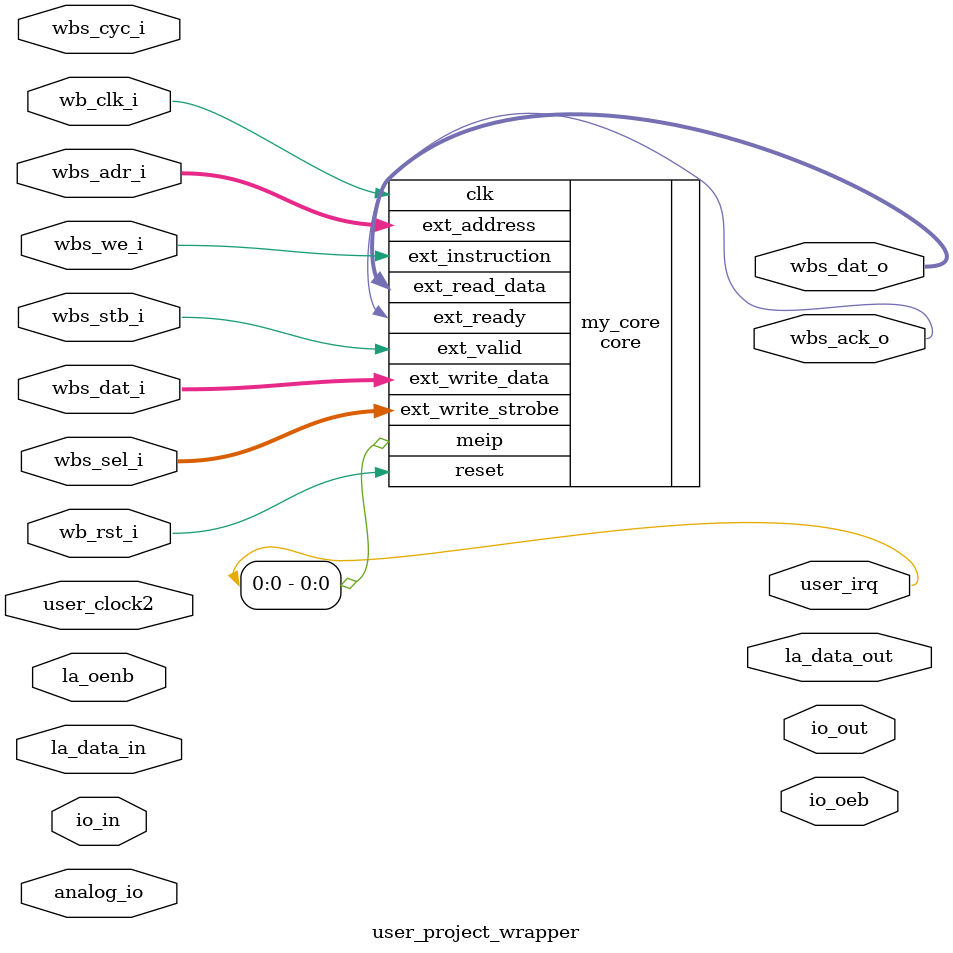
<source format=v>

module user_project_wrapper (user_clock2,
    wb_clk_i,
    wb_rst_i,
    wbs_ack_o,
    wbs_cyc_i,
    wbs_stb_i,
    wbs_we_i,
    analog_io,
    io_in,
    io_oeb,
    io_out,
    la_data_in,
    la_data_out,
    la_oenb,
    user_irq,
    wbs_adr_i,
    wbs_dat_i,
    wbs_dat_o,
    wbs_sel_i);
 input user_clock2;
 input wb_clk_i;
 input wb_rst_i;
 output wbs_ack_o;
 input wbs_cyc_i;
 input wbs_stb_i;
 input wbs_we_i;
 inout [28:0] analog_io;
 input [37:0] io_in;
 output [37:0] io_oeb;
 output [37:0] io_out;
 input [127:0] la_data_in;
 output [127:0] la_data_out;
 input [127:0] la_oenb;
 output [2:0] user_irq;
 input [31:0] wbs_adr_i;
 input [31:0] wbs_dat_i;
 output [31:0] wbs_dat_o;
 input [3:0] wbs_sel_i;


 core my_core (.clk(wb_clk_i),
    .ext_instruction(wbs_we_i),
    .ext_ready(wbs_ack_o),
    .ext_valid(wbs_stb_i),
    .meip(user_irq[0]),
    .reset(wb_rst_i),
    .ext_address({wbs_adr_i[31],
    wbs_adr_i[30],
    wbs_adr_i[29],
    wbs_adr_i[28],
    wbs_adr_i[27],
    wbs_adr_i[26],
    wbs_adr_i[25],
    wbs_adr_i[24],
    wbs_adr_i[23],
    wbs_adr_i[22],
    wbs_adr_i[21],
    wbs_adr_i[20],
    wbs_adr_i[19],
    wbs_adr_i[18],
    wbs_adr_i[17],
    wbs_adr_i[16],
    wbs_adr_i[15],
    wbs_adr_i[14],
    wbs_adr_i[13],
    wbs_adr_i[12],
    wbs_adr_i[11],
    wbs_adr_i[10],
    wbs_adr_i[9],
    wbs_adr_i[8],
    wbs_adr_i[7],
    wbs_adr_i[6],
    wbs_adr_i[5],
    wbs_adr_i[4],
    wbs_adr_i[3],
    wbs_adr_i[2],
    wbs_adr_i[1],
    wbs_adr_i[0]}),
    .ext_read_data({wbs_dat_o[31],
    wbs_dat_o[30],
    wbs_dat_o[29],
    wbs_dat_o[28],
    wbs_dat_o[27],
    wbs_dat_o[26],
    wbs_dat_o[25],
    wbs_dat_o[24],
    wbs_dat_o[23],
    wbs_dat_o[22],
    wbs_dat_o[21],
    wbs_dat_o[20],
    wbs_dat_o[19],
    wbs_dat_o[18],
    wbs_dat_o[17],
    wbs_dat_o[16],
    wbs_dat_o[15],
    wbs_dat_o[14],
    wbs_dat_o[13],
    wbs_dat_o[12],
    wbs_dat_o[11],
    wbs_dat_o[10],
    wbs_dat_o[9],
    wbs_dat_o[8],
    wbs_dat_o[7],
    wbs_dat_o[6],
    wbs_dat_o[5],
    wbs_dat_o[4],
    wbs_dat_o[3],
    wbs_dat_o[2],
    wbs_dat_o[1],
    wbs_dat_o[0]}),
    .ext_write_data({wbs_dat_i[31],
    wbs_dat_i[30],
    wbs_dat_i[29],
    wbs_dat_i[28],
    wbs_dat_i[27],
    wbs_dat_i[26],
    wbs_dat_i[25],
    wbs_dat_i[24],
    wbs_dat_i[23],
    wbs_dat_i[22],
    wbs_dat_i[21],
    wbs_dat_i[20],
    wbs_dat_i[19],
    wbs_dat_i[18],
    wbs_dat_i[17],
    wbs_dat_i[16],
    wbs_dat_i[15],
    wbs_dat_i[14],
    wbs_dat_i[13],
    wbs_dat_i[12],
    wbs_dat_i[11],
    wbs_dat_i[10],
    wbs_dat_i[9],
    wbs_dat_i[8],
    wbs_dat_i[7],
    wbs_dat_i[6],
    wbs_dat_i[5],
    wbs_dat_i[4],
    wbs_dat_i[3],
    wbs_dat_i[2],
    wbs_dat_i[1],
    wbs_dat_i[0]}),
    .ext_write_strobe({wbs_sel_i[3],
    wbs_sel_i[2],
    wbs_sel_i[1],
    wbs_sel_i[0]}));
endmodule


</source>
